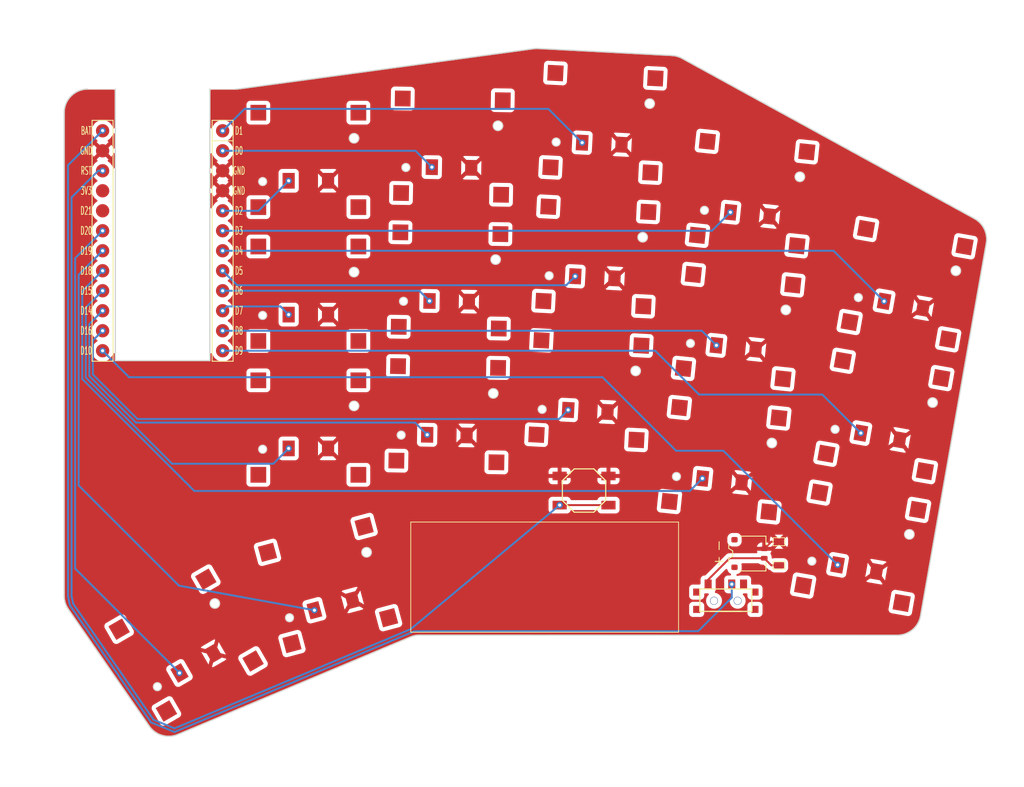
<source format=kicad_pcb>
(kicad_pcb (version 20241229) (generator "pcbnew") (generator_version "9.0")
  (title_block (title "slimsplaydy_right_unrouted") (rev "v1.0.0") (company "Unknown"))
  (layers (0 "F.Cu" signal) (2 "B.Cu" signal) (13 "F.Paste" user) (15 "B.Paste" user) (5 "F.SilkS" user) (7 "B.SilkS" user) (1 "F.Mask" user) (3 "B.Mask" user) (25 "Edge.Cuts" user))
  (net 0 "")
  (net 1 "GND")
  (net 2 "mirror_hand_pinky_bottom")
  (net 3 "mirror_hand_pinky_home")
  (net 4 "mirror_hand_pinky_top")
  (net 5 "mirror_hand_ring_bottom")
  (net 6 "mirror_hand_ring_home")
  (net 7 "mirror_hand_ring_top")
  (net 8 "mirror_hand_middle_bottom")
  (net 9 "mirror_hand_middle_home")
  (net 10 "mirror_hand_middle_top")
  (net 11 "mirror_hand_index_bottom")
  (net 12 "mirror_hand_index_home")
  (net 13 "mirror_hand_index_top")
  (net 14 "mirror_hand_inner_bottom")
  (net 15 "mirror_hand_inner_home")
  (net 16 "mirror_hand_inner_top")
  (net 17 "mirror_thumb_near_fan")
  (net 18 "mirror_thumb_far_fan")
  (net 19 "BAT")
  (net 20 "RST")
  (net 21 "3V3")
  (net 22 "D21")
  (net 23 "BAT_P")
  (footprint "E73:SPDT_C128955" (layer "F.Cu") (at 312.145039 151.314063 180)
    (property "Reference" "T1" (hide yes))
    (property "Value" "" (hide yes))
    (fp_line (start 3.3 1.5) (end 3.3 -1.35) (stroke (width 0.15)) (layer "F.SilkS"))
    (fp_line (start 1.95 -1.35) (end -1.95 -1.35) (stroke (width 0.15)) (layer "F.SilkS"))
    (fp_line (start 0 -1.35) (end 3.3 -1.35) (stroke (width 0.15)) (layer "F.SilkS"))
    (fp_line (start 0 -1.35) (end -3.3 -1.35) (stroke (width 0.15)) (layer "F.SilkS"))
    (fp_line (start -3.3 1.5) (end 3.3 1.5) (stroke (width 0.15)) (layer "F.SilkS"))
    (fp_line (start -3.3 -1.35) (end -3.3 1.5) (stroke (width 0.15)) (layer "F.SilkS"))
    (pad "" smd rect (at -3.7 -1.1 180) (size 0.9 0.9) (layers "F.Cu" "F.Mask" "F.Paste"))
    (pad "" smd rect (at -3.7 1.1 180) (size 0.9 0.9) (layers "F.Cu" "F.Mask" "F.Paste"))
    (pad "" np_thru_hole circle (at -1.5 0) (size 1 1) (drill 0.9) (layers "*.Cu" "*.Mask"))
    (pad "" np_thru_hole circle (at 1.5 0) (size 1 1) (drill 0.9) (layers "*.Cu" "*.Mask"))
    (pad "" smd rect (at 3.7 -1.1 180) (size 0.9 0.9) (layers "F.Cu" "F.Mask" "F.Paste"))
    (pad "" smd rect (at 3.7 1.1 180) (size 0.9 0.9) (layers "F.Cu" "F.Mask" "F.Paste"))
    (pad "1" smd rect (at 2.25 2.075 180) (size 0.9 1.25) (layers "F.Cu" "F.Mask" "F.Paste") (net 23 "BAT_P"))
    (pad "2" smd rect (at -0.75 2.075 180) (size 0.9 1.25) (layers "F.Cu" "F.Mask" "F.Paste") (net 19 "BAT"))
    (pad "3" smd rect (at -2.25 2.075 180) (size 0.9 1.25) (layers "F.Cu" "F.Mask" "F.Paste"))
  )
  (footprint "E73:SW_TACT_ALPS_SKQGABE010" (layer "F.Cu") (at 294.145039 137.314064)
    (property "Reference" "B1" (hide yes))
    (property "Value" "" (hide yes))
    (fp_line (start -2.75 -1.25) (end -2.75 1.25) (stroke (width 0.15)) (layer "F.SilkS"))
    (fp_line (start -2.75 -1.25) (end -1.25 -2.75) (stroke (width 0.15)) (layer "F.SilkS"))
    (fp_line (start -2.75 1.25) (end -1.25 2.75) (stroke (width 0.15)) (layer "F.SilkS"))
    (fp_line (start -1.25 -2.75) (end 1.25 -2.75) (stroke (width 0.15)) (layer "F.SilkS"))
    (fp_line (start -1.25 2.75) (end 1.25 2.75) (stroke (width 0.15)) (layer "F.SilkS"))
    (fp_line (start 2.75 -1.25) (end 1.25 -2.75) (stroke (width 0.15)) (layer "F.SilkS"))
    (fp_line (start 2.75 -1.25) (end 2.75 1.25) (stroke (width 0.15)) (layer "F.SilkS"))
    (fp_line (start 2.75 1.25) (end 1.25 2.75) (stroke (width 0.15)) (layer "F.SilkS"))
    (pad "1" smd rect (at -3.1 -1.85) (size 1.8 1.1) (layers "F.Cu" "F.Mask" "F.Paste") (net 1 "GND"))
    (pad "1" smd rect (at 3.1 -1.85) (size 1.8 1.1) (layers "F.Cu" "F.Mask" "F.Paste") (net 1 "GND"))
    (pad "2" smd rect (at -3.1 1.85) (size 1.8 1.1) (layers "F.Cu" "F.Mask" "F.Paste") (net 20 "RST"))
    (pad "2" smd rect (at 3.1 1.85) (size 1.8 1.1) (layers "F.Cu" "F.Mask" "F.Paste") (net 20 "RST"))
  )
  (footprint "CPG1316S01D02_mikeholscher" (layer "F.Cu") (at 243.626225 156.946038 30)
    (property "Reference" "S17" (hide yes))
    (property "Value" "")
    (fp_circle (center -5.8 2.75) (end -5.3 2.75) (stroke (width 0.1)) (fill no) (layer "Edge.Cuts"))
    (fp_circle (center 5.8 -2.75) (end 6.4 -2.75) (stroke (width 0.1)) (fill no) (layer "Edge.Cuts"))
    (pad "1" smd rect (at -2.5 2.649999 30) (size 1.55 2) (layers "F.Cu" "F.Mask" "F.Paste") (net 18 "mirror_thumb_far_fan"))
    (pad "2" smd rect (at 2.500001 2.65 30) (size 1.55 2) (layers "F.Cu" "F.Mask" "F.Paste") (net 1 "GND"))
    (pad "3" smd rect (at -6.35 -5.999999 30) (size 2 2) (layers "F.Cu" "F.Mask" "F.Paste"))
    (pad "3" smd rect (at -6.35 6 30) (size 2 2) (layers "F.Cu" "F.Mask" "F.Paste"))
    (pad "3" smd rect (at 6.35 -6 30) (size 2 2) (layers "F.Cu" "F.Mask" "F.Paste"))
    (pad "3" smd rect (at 6.35 5.999999 30) (size 2 2) (layers "F.Cu" "F.Mask" "F.Paste"))
  )
  (footprint "CPG1316S01D02_mikeholscher" (layer "F.Cu") (at 335.158108 111.096072 -10)
    (property "Reference" "S3" (hide yes))
    (property "Value" "")
    (fp_circle (center -5.8 2.75) (end -5.3 2.75) (stroke (width 0.1)) (fill no) (layer "Edge.Cuts"))
    (fp_circle (center 5.8 -2.75) (end 6.4 -2.75) (stroke (width 0.1)) (fill no) (layer "Edge.Cuts"))
    (pad "1" smd rect (at -2.5 2.65 350) (size 1.55 2) (layers "F.Cu" "F.Mask" "F.Paste") (net 4 "mirror_hand_pinky_top"))
    (pad "2" smd rect (at 2.5 2.65 350) (size 1.55 2) (layers "F.Cu" "F.Mask" "F.Paste") (net 1 "GND"))
    (pad "3" smd rect (at -6.35 -6 350) (size 2 2) (layers "F.Cu" "F.Mask" "F.Paste"))
    (pad "3" smd rect (at -6.35 5.999999 350) (size 2 2) (layers "F.Cu" "F.Mask" "F.Paste"))
    (pad "3" smd rect (at 6.35 -5.999999 350) (size 2 2) (layers "F.Cu" "F.Mask" "F.Paste"))
    (pad "3" smd rect (at 6.35 6 350) (size 2 2) (layers "F.Cu" "F.Mask" "F.Paste"))
  )
  (footprint "CPG1316S01D02_mikeholscher" (layer "F.Cu") (at 261.645039 149.314063 15)
    (property "Reference" "S16" (hide yes))
    (property "Value" "")
    (fp_circle (center -5.799999 2.75) (end -5.3 2.75) (stroke (width 0.1)) (fill no) (layer "Edge.Cuts"))
    (fp_circle (center 5.799999 -2.75) (end 6.4 -2.75) (stroke (width 0.1)) (fill no) (layer "Edge.Cuts"))
    (pad "1" smd rect (at -2.5 2.65 15) (size 1.55 2) (layers "F.Cu" "F.Mask" "F.Paste") (net 17 "mirror_thumb_near_fan"))
    (pad "2" smd rect (at 2.5 2.65 15) (size 1.55 2) (layers "F.Cu" "F.Mask" "F.Paste") (net 1 "GND"))
    (pad "3" smd rect (at -6.35 -6 15) (size 2 2) (layers "F.Cu" "F.Mask" "F.Paste"))
    (pad "3" smd rect (at -6.35 6 15) (size 2 2) (layers "F.Cu" "F.Mask" "F.Paste"))
    (pad "3" smd rect (at 6.35 -6 15) (size 2 2) (layers "F.Cu" "F.Mask" "F.Paste"))
    (pad "3" smd rect (at 6.35 6 15) (size 2 2) (layers "F.Cu" "F.Mask" "F.Paste"))
  )
  (footprint "CPG1316S01D02_mikeholscher" (layer "F.Cu") (at 294.762213 124.558593 -3)
    (property "Reference" "S7" (hide yes))
    (property "Value" "")
    (fp_circle (center -5.8 2.75) (end -5.3 2.75) (stroke (width 0.1)) (fill no) (layer "Edge.Cuts"))
    (fp_circle (center 5.8 -2.75) (end 6.4 -2.75) (stroke (width 0.1)) (fill no) (layer "Edge.Cuts"))
    (pad "1" smd rect (at -2.5 2.65 357) (size 1.55 2) (layers "F.Cu" "F.Mask" "F.Paste") (net 8 "mirror_hand_middle_bottom"))
    (pad "2" smd rect (at 2.5 2.650001 357) (size 1.55 2) (layers "F.Cu" "F.Mask" "F.Paste") (net 1 "GND"))
    (pad "3" smd rect (at -6.35 -6 357) (size 2 2) (layers "F.Cu" "F.Mask" "F.Paste"))
    (pad "3" smd rect (at -6.35 6 357) (size 2 2) (layers "F.Cu" "F.Mask" "F.Paste"))
    (pad "3" smd rect (at 6.35 -6 357) (size 2 2) (layers "F.Cu" "F.Mask" "F.Paste"))
    (pad "3" smd rect (at 6.35 6 357) (size 2 2) (layers "F.Cu" "F.Mask" "F.Paste"))
  )
  (footprint "ceoloide:mcu_nice_nano" (layer "F.Cu") (at 240.64504 104.314064)
    (property "Reference" "MCU1" (hide yes))
    (property "Value" "")
    (fp_line (start -8.95 -14.03) (end -8.95 16.57) (stroke (width 0.12)) (layer "F.SilkS"))
    (fp_line (start -8.95 -14.03) (end -6.29 -14.03) (stroke (width 0.12)) (layer "F.SilkS"))
    (fp_line (start -8.95 16.57) (end -6.29 16.57) (stroke (width 0.12)) (layer "F.SilkS"))
    (fp_line (start -6.29 -14.03) (end -6.29 16.57) (stroke (width 0.12)) (layer "F.SilkS"))
    (fp_line (start 6.29 -14.03) (end 6.29 16.57) (stroke (width 0.12)) (layer "F.SilkS"))
    (fp_line (start 6.29 -14.03) (end 8.95 -14.03) (stroke (width 0.12)) (layer "F.SilkS"))
    (fp_line (start 6.29 -11.43) (end 8.95 -11.43) (stroke (width 0.12)) (layer "F.SilkS"))
    (fp_line (start 6.29 16.57) (end 8.95 16.57) (stroke (width 0.12)) (layer "F.SilkS"))
    (fp_line (start 8.95 -14.03) (end 8.95 16.57) (stroke (width 0.12)) (layer "F.SilkS"))
    (fp_text user "RST" (at -9.7 -7.620001 0) (layer "F.SilkS") (effects (font (size 1 0.5) (thickness 0.1))))
    (fp_text user "D1" (at 9.7 -12.699999 0) (layer "F.SilkS") (effects (font (size 1 0.5) (thickness 0.1))))
    (fp_text user "D9" (at 9.7 15.24 0) (layer "F.SilkS") (effects (font (size 1 0.5) (thickness 0.1))))
    (fp_text user "GND" (at 9.7 -5.079999 0) (layer "F.SilkS") (effects (font (size 1 0.5) (thickness 0.1))))
    (fp_text user "GND" (at 9.7 -7.62 0) (layer "F.SilkS") (effects (font (size 1 0.5) (thickness 0.1))))
    (fp_text user "D18" (at -9.7 5.079999 0) (layer "F.SilkS") (effects (font (size 1 0.5) (thickness 0.1))))
    (fp_text user "D4" (at 9.699999 2.54 0) (layer "F.SilkS") (effects (font (size 1 0.5) (thickness 0.1))))
    (fp_text user "D8" (at 9.7 12.7 0) (layer "F.SilkS") (effects (font (size 1 0.5) (thickness 0.1))))
    (fp_text user "D0" (at 9.7 -10.16 0) (layer "F.SilkS") (effects (font (size 1 0.5) (thickness 0.1))))
    (fp_text user "D19" (at -9.7 2.54 0) (layer "F.SilkS") (effects (font (size 1 0.5) (thickness 0.1))))
    (fp_text user "D2" (at 9.7 -2.54 0) (layer "F.SilkS") (effects (font (size 1 0.5) (thickness 0.1))))
    (fp_text user "D20" (at -9.7 -0.000001 0) (layer "F.SilkS") (effects (font (size 1 0.5) (thickness 0.1))))
    (fp_text user "D10" (at -9.7 15.24 0) (layer "F.SilkS") (effects (font (size 1 0.5) (thickness 0.1))))
    (fp_text user "3V3" (at -9.7 -5.08 0) (layer "F.SilkS") (effects (font (size 1 0.5) (thickness 0.1))))
    (fp_text user "BAT" (at -9.7 -12.7 0) (layer "F.SilkS") (effects (font (size 1 0.5) (thickness 0.1))))
    (fp_text user "D3" (at 9.7 0.000001 0) (layer "F.SilkS") (effects (font (size 1 0.5) (thickness 0.1))))
    (fp_text user "D21" (at -9.699999 -2.54 0) (layer "F.SilkS") (effects (font (size 1 0.5) (thickness 0.1))))
    (fp_text user "D6" (at 9.7 7.620001 0) (layer "F.SilkS") (effects (font (size 1 0.5) (thickness 0.1))))
    (fp_text user "D15" (at -9.7 7.62 0) (layer "F.SilkS") (effects (font (size 1 0.5) (thickness 0.1))))
    (fp_text user "D14" (at -9.7 10.16 0) (layer "F.SilkS") (effects (font (size 1 0.5) (thickness 0.1))))
    (fp_text user "GND" (at -9.7 -10.159999 0) (layer "F.SilkS") (effects (font (size 1 0.5) (thickness 0.1))))
    (fp_text user "D7" (at 9.7 10.159999 0) (layer "F.SilkS") (effects (font (size 1 0.5) (thickness 0.1))))
    (fp_text user "D5" (at 9.7 5.08 0) (layer "F.SilkS") (effects (font (size 1 0.5) (thickness 0.1))))
    (fp_text user "D16" (at -9.7 12.699999 0) (layer "F.SilkS") (effects (font (size 1 0.5) (thickness 0.1))))
    (pad "1" smd circle (at 7.62 -12.7) (size 1.7 1.7) (layers "F.Cu" "F.Mask" "F.Paste") (net 10 "mirror_hand_middle_top"))
    (pad "2" smd circle (at 7.62 -10.16) (size 1.7 1.7) (layers "F.Cu" "F.Mask" "F.Paste") (net 13 "mirror_hand_index_top"))
    (pad "3" smd circle (at 7.62 -7.62) (size 1.7 1.7) (layers "F.Cu" "F.Mask" "F.Paste") (net 1 "GND"))
    (pad "4" smd circle (at 7.62 -5.08) (size 1.7 1.7) (layers "F.Cu" "F.Mask" "F.Paste") (net 1 "GND"))
    (pad "5" smd circle (at 7.62 -2.54) (size 1.7 1.7) (layers "F.Cu" "F.Mask" "F.Paste") (net 16 "mirror_hand_inner_top"))
    (pad "6" smd circle (at 7.62 0) (size 1.7 1.7) (layers "F.Cu" "F.Mask" "F.Paste") (net 7 "mirror_hand_ring_top"))
    (pad "7" smd circle (at 7.62 2.54) (size 1.7 1.7) (layers "F.Cu" "F.Mask" "F.Paste") (net 4 "mirror_hand_pinky_top"))
    (pad "8" smd circle (at 7.62 5.08) (size 1.7 1.7) (layers "F.Cu" "F.Mask" "F.Paste") (net 9 "mirror_hand_middle_home"))
    (pad "9" smd circle (at 7.62 7.62) (size 1.7 1.7) (layers "F.Cu" "F.Mask" "F.Paste") (net 12 "mirror_hand_index_home"))
    (pad "10" smd circle (at 7.62 10.16) (size 1.7 1.7) (layers "F.Cu" "F.Mask" "F.Paste") (net 15 "mirror_hand_inner_home"))
    (pad "11" smd circle (at 7.62 12.7) (size 1.7 1.7) (layers "F.Cu" "F.Mask" "F.Paste") (net 6 "mirror_hand_ring_home"))
    (pad "12" smd circle (at 7.62 15.24) (size 1.7 1.7) (layers "F.Cu" "F.Mask" "F.Paste") (net 3 "mirror_hand_pinky_home"))
    (pad "13" smd circle (at -7.62 15.24) (size 1.7 1.7) (layers "F.Cu" "F.Mask" "F.Paste") (net 2 "mirror_hand_pinky_bottom"))
    (pad "14" smd circle (at -7.62 12.7) (size 1.7 1.7) (layers "F.Cu" "F.Mask" "F.Paste") (net 8 "mirror_hand_middle_bottom"))
    (pad "15" smd circle (at -7.62 10.16) (size 1.7 1.7) (layers "F.Cu" "F.Mask" "F.Paste") (net 11 "mirror_hand_index_bottom"))
    (pad "16" smd circle (at -7.62 7.62) (size 1.7 1.7) (layers "F.Cu" "F.Mask" "F.Paste") (net 14 "mirror_hand_inner_bottom"))
    (pad "17" smd circle (at -7.62 5.08) (size 1.7 1.7) (layers "F.Cu" "F.Mask" "F.Paste") (net 5 "mirror_hand_ring_bottom"))
    (pad "18" smd circle (at -7.62 2.54) (size 1.7 1.7) (layers "F.Cu" "F.Mask" "F.Paste") (net 17 "mirror_thumb_near_fan"))
    (pad "19" smd circle (at -7.62 0) (size 1.7 1.7) (layers "F.Cu" "F.Mask" "F.Paste") (net 18 "mirror_thumb_far_fan"))
    (pad "20" smd circle (at -7.62 -2.54) (size 1.7 1.7) (layers "F.Cu" "F.Mask" "F.Paste") (net 22 "D21"))
    (pad "21" smd circle (at -7.62 -5.08) (size 1.7 1.7) (layers "F.Cu" "F.Mask" "F.Paste") (net 21 "3V3"))
    (pad "22" smd circle (at -7.62 -7.62) (size 1.7 1.7) (layers "F.Cu" "F.Mask" "F.Paste") (net 20 "RST"))
    (pad "23" smd circle (at -7.62 -10.16) (size 1.7 1.7) (layers "F.Cu" "F.Mask" "F.Paste") (net 1 "GND"))
    (pad "24" smd circle (at -7.62 -12.7) (size 1.7 1.7) (layers "F.Cu" "F.Mask" "F.Paste") (net 19 "BAT"))
  )
  (footprint "CPG1316S01D02_mikeholscher" (layer "F.Cu") (at 259.145039 95.314064)
    (property "Reference" "S15" (hide yes))
    (property "Value" "")
    (fp_circle (center -5.8 2.75) (end -5.3 2.75) (stroke (width 0.1)) (fill no) (layer "Edge.Cuts"))
    (fp_circle (center 5.8 -2.75) (end 6.4 -2.75) (stroke (width 0.1)) (fill no) (layer "Edge.Cuts"))
    (pad "1" smd rect (at -2.5 2.65) (size 1.55 2) (layers "F.Cu" "F.Mask" "F.Paste") (net 16 "mirror_hand_inner_top"))
    (pad "2" smd rect (at 2.5 2.65) (size 1.55 2) (layers "F.Cu" "F.Mask" "F.Paste") (net 1 "GND"))
    (pad "3" smd rect (at -6.35 -6) (size 2 2) (layers "F.Cu" "F.Mask" "F.Paste"))
    (pad "3" smd rect (at -6.35 6) (size 2 2) (layers "F.Cu" "F.Mask" "F.Paste"))
    (pad "3" smd rect (at 6.35 -6) (size 2 2) (layers "F.Cu" "F.Mask" "F.Paste"))
    (pad "3" smd rect (at 6.35 6) (size 2 2) (layers "F.Cu" "F.Mask" "F.Paste"))
  )
  (footprint "ceoloide:battery_connector_molex_pico_ezmate_1x02" (layer "F.Cu") (at 315.145039 145.314064 -90)
    (property "Reference" "CONN1" (hide yes))
    (property "Value" "")
    (fp_line (start 1 4.35) (end 0.999999 3.35) (stroke (width 0.12)) (layer "F.SilkS"))
    (fp_line (start -0.5 3.85) (end -1.5 3.85) (stroke (width 0.12)) (layer "F.SilkS"))
    (fp_line (start 0.5 3.85) (end 1.5 3.85) (stroke (width 0.12)) (layer "F.SilkS"))
    (fp_line (start -1.14 2.63) (end -0.64 2.63) (stroke (width 0.12)) (layer "F.SilkS"))
    (fp_line (start -0.64 2.63) (end -0.34 2.13) (stroke (width 0.12)) (layer "F.SilkS"))
    (fp_line (start 0.64 2.63) (end 1.14 2.63) (stroke (width 0.12)) (layer "F.SilkS"))
    (fp_line (start -0.34 2.13) (end 0.34 2.13) (stroke (width 0.12)) (layer "F.SilkS"))
    (fp_line (start 0.34 2.13) (end 0.64 2.63) (stroke (width 0.12)) (layer "F.SilkS"))
    (fp_line (start -2.21 1.24) (end -2.21 -2.09) (stroke (width 0.12)) (layer "F.SilkS"))
    (fp_line (start 2.21 1.24) (end 2.21 -2.09) (stroke (width 0.12)) (layer "F.SilkS"))
    (fp_line (start -2.21 -2.09) (end -1.16 -2.09) (stroke (width 0.12)) (layer "F.SilkS"))
    (fp_line (start -1.16 -2.09) (end -1.16 -2.3) (stroke (width 0.12)) (layer "F.SilkS"))
    (fp_line (start 2.21 -2.09) (end 1.16 -2.09) (stroke (width 0.12)) (layer "F.SilkS"))
    (pad "" smd roundrect (at -1.75 1.899999 270) (size 0.7 0.8) (layers "F.Cu" "F.Mask" "F.Paste"))
    (pad "" smd roundrect (at 1.75 1.9 270) (size 0.7 0.8) (layers "F.Cu" "F.Mask" "F.Paste"))
    (pad "1" smd roundrect (at -0.6 -1.875 270) (size 0.6 0.85) (layers "F.Cu" "F.Mask" "F.Paste") (net 1 "GND"))
    (pad "2" smd roundrect (at 0.6 -1.875 270) (size 0.6 0.85) (layers "F.Cu" "F.Mask" "F.Paste") (net 23 "BAT_P"))
  )
  (footprint "CPG1316S01D02_mikeholscher" (layer "F.Cu") (at 332.20609 127.837804 -10)
    (property "Reference" "S2" (hide yes))
    (property "Value" "")
    (fp_circle (center -5.8 2.75) (end -5.3 2.75) (stroke (width 0.1)) (fill no) (layer "Edge.Cuts"))
    (fp_circle (center 5.8 -2.75) (end 6.4 -2.75) (stroke (width 0.1)) (fill no) (layer "Edge.Cuts"))
    (pad "1" smd rect (at -2.5 2.65 350) (size 1.55 2) (layers "F.Cu" "F.Mask" "F.Paste") (net 3 "mirror_hand_pinky_home"))
    (pad "2" smd rect (at 2.5 2.65 350) (size 1.55 2) (layers "F.Cu" "F.Mask" "F.Paste") (net 1 "GND"))
    (pad "3" smd rect (at -6.35 -6 350) (size 2 2) (layers "F.Cu" "F.Mask" "F.Paste"))
    (pad "3" smd rect (at -6.35 5.999999 350) (size 2 2) (layers "F.Cu" "F.Mask" "F.Paste"))
    (pad "3" smd rect (at 6.35 -5.999999 350) (size 2 2) (layers "F.Cu" "F.Mask" "F.Paste"))
    (pad "3" smd rect (at 6.35 6 350) (size 2 2) (layers "F.Cu" "F.Mask" "F.Paste"))
  )
  (footprint "CPG1316S01D02_mikeholscher" (layer "F.Cu") (at 259.14504 112.314063)
    (property "Reference" "S14" (hide yes))
    (property "Value" "")
    (fp_circle (center -5.8 2.75) (end -5.3 2.75) (stroke (width 0.1)) (fill no) (layer "Edge.Cuts"))
    (fp_circle (center 5.8 -2.75) (end 6.4 -2.75) (stroke (width 0.1)) (fill no) (layer "Edge.Cuts"))
    (pad "1" smd rect (at -2.5 2.65) (size 1.55 2) (layers "F.Cu" "F.Mask" "F.Paste") (net 15 "mirror_hand_inner_home"))
    (pad "2" smd rect (at 2.5 2.65) (size 1.55 2) (layers "F.Cu" "F.Mask" "F.Paste") (net 1 "GND"))
    (pad "3" smd rect (at -6.35 -6) (size 2 2) (layers "F.Cu" "F.Mask" "F.Paste"))
    (pad "3" smd rect (at -6.35 6) (size 2 2) (layers "F.Cu" "F.Mask" "F.Paste"))
    (pad "3" smd rect (at 6.35 -6) (size 2 2) (layers "F.Cu" "F.Mask" "F.Paste"))
    (pad "3" smd rect (at 6.35 6) (size 2 2) (layers "F.Cu" "F.Mask" "F.Paste"))
  )
  (footprint "CPG1316S01D02_mikeholscher" (layer "F.Cu") (at 276.777263 127.62153 -1)
    (property "Reference" "S10" (hide yes))
    (property "Value" "")
    (fp_circle (center -5.8 2.75) (end -5.3 2.75) (stroke (width 0.1)) (fill no) (layer "Edge.Cuts"))
    (fp_circle (center 5.8 -2.75) (end 6.4 -2.75) (stroke (width 0.1)) (fill no) (layer "Edge.Cuts"))
    (pad "1" smd rect (at -2.5 2.65 359) (size 1.55 2) (layers "F.Cu" "F.Mask" "F.Paste") (net 11 "mirror_hand_index_bottom"))
    (pad "2" smd rect (at 2.5 2.65 359) (size 1.55 2) (layers "F.Cu" "F.Mask" "F.Paste") (net 1 "GND"))
    (pad "3" smd rect (at -6.35 -6 359) (size 2 2) (layers "F.Cu" "F.Mask" "F.Paste"))
    (pad "3" smd rect (at -6.35 6 359) (size 2 2) (layers "F.Cu" "F.Mask" "F.Paste"))
    (pad "3" smd rect (at 6.35 -6 359) (size 2 2) (layers "F.Cu" "F.Mask" "F.Paste"))
    (pad "3" smd rect (at 6.35 6 359) (size 2 2) (layers "F.Cu" "F.Mask" "F.Paste"))
  )
  (footprint "Battery_301230" (layer "F.Cu") (at 289.14504 148.314063)
    (property "Reference" "XX3" (hide yes))
    (property "Value" "")
    (fp_line (start -17 -7) (end 17 -7) (stroke (width 0.1)) (layer "F.SilkS"))
    (fp_line (start -17 7) (end -17 -7) (stroke (width 0.1)) (layer "F.SilkS"))
    (fp_line (start 17 -7) (end 17 7) (stroke (width 0.1)) (layer "F.SilkS"))
    (fp_line (start 17 7) (end -17 7) (stroke (width 0.1)) (layer "F.SilkS"))
  )
  (footprint "CPG1316S01D02_mikeholscher" (layer "F.Cu") (at 277.073954 110.624121 -1)
    (property "Reference" "S11" (hide yes))
    (property "Value" "")
    (fp_circle (center -5.8 2.75) (end -5.3 2.75) (stroke (width 0.1)) (fill no) (layer "Edge.Cuts"))
    (fp_circle (center 5.8 -2.75) (end 6.4 -2.75) (stroke (width 0.1)) (fill no) (layer "Edge.Cuts"))
    (pad "1" smd rect (at -2.5 2.65 359) (size 1.55 2) (layers "F.Cu" "F.Mask" "F.Paste") (net 12 "mirror_hand_index_home"))
    (pad "2" smd rect (at 2.5 2.65 359) (size 1.55 2) (layers "F.Cu" "F.Mask" "F.Paste") (net 1 "GND"))
    (pad "3" smd rect (at -6.35 -6 359) (size 2 2) (layers "F.Cu" "F.Mask" "F.Paste"))
    (pad "3" smd rect (at -6.35 6 359) (size 2 2) (layers "F.Cu" "F.Mask" "F.Paste"))
    (pad "3" smd rect (at 6.35 -6 359) (size 2 2) (layers "F.Cu" "F.Mask" "F.Paste"))
    (pad "3" smd rect (at 6.35 6 359) (size 2 2) (layers "F.Cu" "F.Mask" "F.Paste"))
  )
  (footprint "CPG1316S01D02_mikeholscher" (layer "F.Cu") (at 315.485875 99.588014 -6)
    (property "Reference" "S6" (hide yes))
    (property "Value" "")
    (fp_circle (center -5.8 2.75) (end -5.3 2.75) (stroke (width 0.1)) (fill no) (layer "Edge.Cuts"))
    (fp_circle (center 5.8 -2.75) (end 6.4 -2.75) (stroke (width 0.1)) (fill no) (layer "Edge.Cuts"))
    (pad "1" smd rect (at -2.5 2.65 354) (size 1.55 2) (layers "F.Cu" "F.Mask" "F.Paste") (net 7 "mirror_hand_ring_top"))
    (pad "2" smd rect (at 2.5 2.65 354) (size 1.55 2) (layers "F.Cu" "F.Mask" "F.Paste") (net 1 "GND"))
    (pad "3" smd rect (at -6.35 -6 354) (size 2 2) (layers "F.Cu" "F.Mask" "F.Paste"))
    (pad "3" smd rect (at -6.35 6 354) (size 2 2) (layers "F.Cu" "F.Mask" "F.Paste"))
    (pad "3" smd rect (at 6.35 -6 354) (size 2 2) (layers "F.Cu" "F.Mask" "F.Paste"))
    (pad "3" smd rect (at 6.35 6 354) (size 2 2) (layers "F.Cu" "F.Mask" "F.Paste"))
  )
  (footprint "CPG1316S01D02_mikeholscher" (layer "F.Cu") (at 295.651925 107.58189 -3)
    (property "Reference" "S8" (hide yes))
    (property "Value" "")
    (fp_circle (center -5.8 2.75) (end -5.3 2.75) (stroke (width 0.1)) (fill no) (layer "Edge.Cuts"))
    (fp_circle (center 5.8 -2.75) (end 6.4 -2.75) (stroke (width 0.1)) (fill no) (layer "Edge.Cuts"))
    (pad "1" smd rect (at -2.5 2.65 357) (size 1.55 2) (layers "F.Cu" "F.Mask" "F.Paste") (net 9 "mirror_hand_middle_home"))
    (pad "2" smd rect (at 2.5 2.650001 357) (size 1.55 2) (layers "F.Cu" "F.Mask" "F.Paste") (net 1 "GND"))
    (pad "3" smd rect (at -6.35 -6 357) (size 2 2) (layers "F.Cu" "F.Mask" "F.Paste"))
    (pad "3" smd rect (at -6.35 6 357) (size 2 2) (layers "F.Cu" "F.Mask" "F.Paste"))
    (pad "3" smd rect (at 6.35 -6 357) (size 2 2) (layers "F.Cu" "F.Mask" "F.Paste"))
    (pad "3" smd rect (at 6.35 6 357) (size 2 2) (layers "F.Cu" "F.Mask" "F.Paste"))
  )
  (footprint "CPG1316S01D02_mikeholscher" (layer "F.Cu") (at 296.541635 90.605189 -3)
    (property "Reference" "S9" (hide yes))
    (property "Value" "")
    (fp_circle (center -5.8 2.75) (end -5.3 2.75) (stroke (width 0.1)) (fill no) (layer "Edge.Cuts"))
    (fp_circle (center 5.8 -2.75) (end 6.4 -2.75) (stroke (width 0.1)) (fill no) (layer "Edge.Cuts"))
    (pad "1" smd rect (at -2.5 2.65 357) (size 1.55 2) (layers "F.Cu" "F.Mask" "F.Paste") (net 10 "mirror_hand_middle_top"))
    (pad "2" smd rect (at 2.5 2.650001 357) (size 1.55 2) (layers "F.Cu" "F.Mask" "F.Paste") (net 1 "GND"))
    (pad "3" smd rect (at -6.35 -6 357) (size 2 2) (layers "F.Cu" "F.Mask" "F.Paste"))
    (pad "3" smd rect (at -6.35 6 357) (size 2 2) (layers "F.Cu" "F.Mask" "F.Paste"))
    (pad "3" smd rect (at 6.35 -6 357) (size 2 2) (layers "F.Cu" "F.Mask" "F.Paste"))
    (pad "3" smd rect (at 6.35 6 357) (size 2 2) (layers "F.Cu" "F.Mask" "F.Paste"))
  )
  (footprint "CPG1316S01D02_mikeholscher" (layer "F.Cu") (at 259.145039 129.314064)
    (property "Reference" "S13" (hide yes))
    (property "Value" "")
    (fp_circle (center -5.8 2.75) (end -5.3 2.75) (stroke (width 0.1)) (fill no) (layer "Edge.Cuts"))
    (fp_circle (center 5.8 -2.75) (end 6.4 -2.75) (stroke (width 0.1)) (fill no) (layer "Edge.Cuts"))
    (pad "1" smd rect (at -2.5 2.65) (size 1.55 2) (layers "F.Cu" "F.Mask" "F.Paste") (net 14 "mirror_hand_inner_bottom"))
    (pad "2" smd rect (at 2.5 2.65) (size 1.55 2) (layers "F.Cu" "F.Mask" "F.Paste") (net 1 "GND"))
    (pad "3" smd rect (at -6.35 -6) (size 2 2) (layers "F.Cu" "F.Mask" "F.Paste"))
    (pad "3" smd rect (at -6.35 6) (size 2 2) (layers "F.Cu" "F.Mask" "F.Paste"))
    (pad "3" smd rect (at 6.35 -6) (size 2 2) (layers "F.Cu" "F.Mask" "F.Paste"))
    (pad "3" smd rect (at 6.35 6) (size 2 2) (layers "F.Cu" "F.Mask" "F.Paste"))
  )
  (footprint "Pad_Single" (layer "F.Cu") (at 318.895039 143.814064)
    (property "Reference" "XX1" (hide yes))
    (property "Value" "")
    (fp_poly (pts (xy -0.75 -0.5) (xy 0.75 -0.5) (xy 0.75 0.5) (xy -0.75 0.5)) (stroke (width 0.1)) (fill no) (layer "F.SilkS"))
    (pad "1" smd roundrect (at 0 0) (size 1.3 0.8) (layers "F.Cu" "F.Mask" "F.Paste") (roundrect_rratio 0.15) (net 1 "GND"))
  )
  (footprint "CPG1316S01D02_mikeholscher" (layer "F.Cu") (at 329.25407 144.579535 -10)
    (property "Reference" "S1" (hide yes))
    (property "Value" "")
    (fp_circle (center -5.8 2.75) (end -5.3 2.75) (stroke (width 0.1)) (fill no) (layer "Edge.Cuts"))
    (fp_circle (center 5.8 -2.75) (end 6.4 -2.75) (stroke (width 0.1)) (fill no) (layer "Edge.Cuts"))
    (pad "1" smd rect (at -2.5 2.65 350) (size 1.55 2) (layers "F.Cu" "F.Mask" "F.Paste") (net 2 "mirror_hand_pinky_bottom"))
    (pad "2" smd rect (at 2.5 2.65 350) (size 1.55 2) (layers "F.Cu" "F.Mask" "F.Paste") (net 1 "GND"))
    (pad "3" smd rect (at -6.35 -6 350) (size 2 2) (layers "F.Cu" "F.Mask" "F.Paste"))
    (pad "3" smd rect (at -6.35 5.999999 350) (size 2 2) (layers "F.Cu" "F.Mask" "F.Paste"))
    (pad "3" smd rect (at 6.35 -5.999999 350) (size 2 2) (layers "F.Cu" "F.Mask" "F.Paste"))
    (pad "3" smd rect (at 6.35 6 350) (size 2 2) (layers "F.Cu" "F.Mask" "F.Paste"))
  )
  (footprint "Pad_Single" (layer "F.Cu") (at 318.895039 146.814064)
    (property "Reference" "XX2" (hide yes))
    (property "Value" "")
    (fp_poly (pts (xy -0.75 -0.5) (xy 0.75 -0.5) (xy 0.75 0.5) (xy -0.75 0.5)) (stroke (width 0.1)) (fill no) (layer "F.SilkS"))
    (pad "1" smd roundrect (at 0 0) (size 1.3 0.8) (layers "F.Cu" "F.Mask" "F.Paste") (roundrect_rratio 0.15) (net 23 "BAT_P"))
  )
  (footprint "CPG1316S01D02_mikeholscher" (layer "F.Cu") (at 277.370645 93.62671 -1)
    (property "Reference" "S12" (hide yes))
    (property "Value" "")
    (fp_circle (center -5.8 2.75) (end -5.3 2.75) (stroke (width 0.1)) (fill no) (layer "Edge.Cuts"))
    (fp_circle (center 5.8 -2.75) (end 6.4 -2.75) (stroke (width 0.1)) (fill no) (layer "Edge.Cuts"))
    (pad "1" smd rect (at -2.5 2.65 359) (size 1.55 2) (layers "F.Cu" "F.Mask" "F.Paste") (net 13 "mirror_hand_index_top"))
    (pad "2" smd rect (at 2.5 2.65 359) (size 1.55 2) (layers "F.Cu" "F.Mask" "F.Paste") (net 1 "GND"))
    (pad "3" smd rect (at -6.35 -6 359) (size 2 2) (layers "F.Cu" "F.Mask" "F.Paste"))
    (pad "3" smd rect (at -6.35 6 359) (size 2 2) (layers "F.Cu" "F.Mask" "F.Paste"))
    (pad "3" smd rect (at 6.35 -6 359) (size 2 2) (layers "F.Cu" "F.Mask" "F.Paste"))
    (pad "3" smd rect (at 6.35 6 359) (size 2 2) (layers "F.Cu" "F.Mask" "F.Paste"))
  )
  (footprint "CPG1316S01D02_mikeholscher" (layer "F.Cu") (at 313.708893 116.494887 -6)
    (property "Reference" "S5" (hide yes))
    (property "Value" "")
    (fp_circle (center -5.8 2.75) (end -5.3 2.75) (stroke (width 0.1)) (fill no) (layer "Edge.Cuts"))
    (fp_circle (center 5.8 -2.75) (end 6.4 -2.75) (stroke (width 0.1)) (fill no) (layer "Edge.Cuts"))
    (pad "1" smd rect (at -2.5 2.65 354) (size 1.55 2) (layers "F.Cu" "F.Mask" "F.Paste") (net 6 "mirror_hand_ring_home"))
    (pad "2" smd rect (at 2.5 2.65 354) (size 1.55 2) (layers "F.Cu" "F.Mask" "F.Paste") (net 1 "GND"))
    (pad "3" smd rect (at -6.35 -6 354) (size 2 2) (layers "F.Cu" "F.Mask" "F.Paste"))
    (pad "3" smd rect (at -6.35 6 354) (size 2 2) (layers "F.Cu" "F.Mask" "F.Paste"))
    (pad "3" smd rect (at 6.35 -6 354) (size 2 2) (layers "F.Cu" "F.Mask" "F.Paste"))
    (pad "3" smd rect (at 6.35 6 354) (size 2 2) (layers "F.Cu" "F.Mask" "F.Paste"))
  )
  (footprint "CPG1316S01D02_mikeholscher" (layer "F.Cu") (at 311.931908 133.401759 -6)
    (property "Reference" "S4" (hide yes))
    (property "Value" "")
    (fp_circle (center -5.8 2.75) (end -5.3 2.75) (stroke (width 0.1)) (fill no) (layer "Edge.Cuts"))
    (fp_circle (center 5.8 -2.75) (end 6.4 -2.75) (stroke (width 0.1)) (fill no) (layer "Edge.Cuts"))
    (pad "1" smd rect (at -2.5 2.65 354) (size 1.55 2) (layers "F.Cu" "F.Mask" "F.Paste") (net 5 "mirror_hand_ring_bottom"))
    (pad "2" smd rect (at 2.5 2.65 354) (size 1.55 2) (layers "F.Cu" "F.Mask" "F.Paste") (net 1 "GND"))
    (pad "3" smd rect (at -6.35 -6 354) (size 2 2) (layers "F.Cu" "F.Mask" "F.Paste"))
    (pad "3" smd rect (at -6.35 6 354) (size 2 2) (layers "F.Cu" "F.Mask" "F.Paste"))
    (pad "3" smd rect (at 6.35 -6 354) (size 2 2) (layers "F.Cu" "F.Mask" "F.Paste"))
    (pad "3" smd rect (at 6.35 6 354) (size 2 2) (layers "F.Cu" "F.Mask" "F.Paste"))
  )
  (gr_line (start 336.870196 153.215279) (end 345.210837 105.913153) (stroke (width 0.15)) (layer "Edge.Cuts"))
  (gr_line (start 231.145039 86.314063) (end 234.64504 86.314064) (stroke (width 0.05)) (layer "Edge.Cuts"))
  (gr_line (start 246.645039 86.314064) (end 249.941353 86.314056) (stroke (width 0.05)) (layer "Edge.Cuts"))
  (gr_line (start 305.315837 82.052674) (end 288.307352 81.161298) (stroke (width 0.15)) (layer "Edge.Cuts"))
  (gr_line (start 246.645039 120.814064) (end 234.645039 120.814063) (stroke (width 0.15)) (layer "Edge.Cuts"))
  (gr_line (start 228.145039 89.314063) (end 228.145039 150.677933) (stroke (width 0.15)) (layer "Edge.Cuts"))
  (gr_arc (start 343.698899 102.761765) (mid 344.961225 104.094524) (end 345.210837 105.913153) (stroke (width 0.15)) (layer "Edge.Cuts"))
  (gr_arc (start 228.677428 152.384066) (mid 228.281228 151.571567) (end 228.145039 150.677933) (stroke (width 0.15)) (layer "Edge.Cuts"))
  (gr_arc (start 336.870195 153.21528) (mid 335.843828 154.992725) (end 333.914973 155.694334) (stroke (width 0.15)) (layer "Edge.Cuts"))
  (gr_line (start 246.645039 86.314064) (end 246.645039 120.814064) (stroke (width 0.15)) (layer "Edge.Cuts"))
  (gr_arc (start 305.315837 82.052674) (mid 305.979185 82.162906) (end 306.601317 82.41812) (stroke (width 0.15)) (layer "Edge.Cuts"))
  (gr_arc (start 242.576026 168.299076) (mid 240.57406 168.41208) (end 238.948083 167.238692) (stroke (width 0.15)) (layer "Edge.Cuts"))
  (gr_line (start 273.271815 155.678185) (end 333.914973 155.694334) (stroke (width 0.15)) (layer "Edge.Cuts"))
  (gr_arc (start 272.110685 155.911667) (mid 272.679614 155.737057) (end 273.271815 155.678185) (stroke (width 0.15)) (layer "Edge.Cuts"))
  (gr_line (start 287.744843 81.184717) (end 250.346855 86.286533) (stroke (width 0.15)) (layer "Edge.Cuts"))
  (gr_line (start 234.645039 120.814063) (end 234.64504 86.314064) (stroke (width 0.15)) (layer "Edge.Cuts"))
  (gr_arc (start 250.346857 86.286532) (mid 250.144572 86.307173) (end 249.941353 86.314064) (stroke (width 0.15)) (layer "Edge.Cuts"))
  (gr_line (start 343.6989 102.761766) (end 306.601317 82.41812) (stroke (width 0.15)) (layer "Edge.Cuts"))
  (gr_arc (start 287.744841 81.184718) (mid 288.025546 81.159783) (end 288.307352 81.161298) (stroke (width 0.15)) (layer "Edge.Cuts"))
  (gr_line (start 242.576027 168.299077) (end 272.110685 155.911667) (stroke (width 0.15)) (layer "Edge.Cuts"))
  (gr_line (start 228.677428 152.384066) (end 238.948083 167.238692) (stroke (width 0.15)) (layer "Edge.Cuts"))
  (gr_arc (start 228.145039 89.314063) (mid 229.023719 87.192743) (end 231.145039 86.314063) (stroke (width 0.15)) (layer "Edge.Cuts"))
  (segment (start 318.895039 143.814064) (end 317.92004 143.814064) (width 0.25) (layer "F.Cu") (net 1))
  (segment (start 317.92004 143.814064) (end 317.020039 144.714063) (width 0.25) (layer "F.Cu") (net 1))
  (via (at 233.025039 119.554064) (size 0.8) (drill 0.4) (layers "F.Cu" "B.Cu") (net 2))
  (via (at 326.331884 146.755156) (size 0.8) (drill 0.4) (layers "F.Cu" "B.Cu") (net 2))
  (segment (start 236.387885 122.91691) (end 296.48691 122.91691) (width 0.25) (layer "B.Cu") (net 2))
  (segment (start 305.83 132.26) (end 311.836728 132.26) (width 0.25) (layer "B.Cu") (net 2))
  (segment (start 296.48691 122.91691) (end 305.83 132.26) (width 0.25) (layer "B.Cu") (net 2))
  (segment (start 311.836728 132.26) (end 326.331884 146.755156) (width 0.25) (layer "B.Cu") (net 2))
  (segment (start 233.025039 119.554064) (end 236.387885 122.91691) (width 0.25) (layer "B.Cu") (net 2))
  (via (at 248.265039 119.554063) (size 0.8) (drill 0.4) (layers "F.Cu" "B.Cu") (net 3))
  (via (at 329.283902 130.013425) (size 0.8) (drill 0.4) (layers "F.Cu" "B.Cu") (net 3))
  (segment (start 248.265039 119.554063) (end 303.174063 119.554063) (width 0.25) (layer "B.Cu") (net 3))
  (segment (start 324.390477 125.12) (end 329.283902 130.013425) (width 0.25) (layer "B.Cu") (net 3))
  (segment (start 308.74 125.12) (end 324.390477 125.12) (width 0.25) (layer "B.Cu") (net 3))
  (segment (start 303.174063 119.554063) (end 308.74 125.12) (width 0.25) (layer "B.Cu") (net 3))
  (via (at 332.235921 113.271693) (size 0.8) (drill 0.4) (layers "F.Cu" "B.Cu") (net 4))
  (via (at 248.265039 106.854063) (size 0.8) (drill 0.4) (layers "F.Cu" "B.Cu") (net 4))
  (segment (start 325.818291 106.854063) (end 332.235921 113.271693) (width 0.25) (layer "B.Cu") (net 4))
  (segment (start 248.265039 106.854063) (end 325.818291 106.854063) (width 0.25) (layer "B.Cu") (net 4))
  (via (at 309.168604 135.77592) (size 0.8) (drill 0.4) (layers "F.Cu" "B.Cu") (net 5))
  (via (at 233.025039 109.394064) (size 0.8) (drill 0.4) (layers "F.Cu" "B.Cu") (net 5))
  (segment (start 230.43906 123.136811) (end 244.672249 137.37) (width 0.25) (layer "B.Cu") (net 5))
  (segment (start 230.439059 111.980044) (end 230.43906 123.136811) (width 0.25) (layer "B.Cu") (net 5))
  (segment (start 307.574524 137.37) (end 309.168604 135.77592) (width 0.25) (layer "B.Cu") (net 5))
  (segment (start 244.672249 137.37) (end 307.574524 137.37) (width 0.25) (layer "B.Cu") (net 5))
  (segment (start 233.025039 109.394064) (end 230.439059 111.980044) (width 0.25) (layer "B.Cu") (net 5))
  (via (at 248.26504 117.014063) (size 0.8) (drill 0.4) (layers "F.Cu" "B.Cu") (net 6))
  (via (at 310.945588 118.869048) (size 0.8) (drill 0.4) (layers "F.Cu" "B.Cu") (net 6))
  (segment (start 309.090603 117.014063) (end 310.945588 118.869048) (width 0.25) (layer "B.Cu") (net 6))
  (segment (start 248.26504 117.014063) (end 309.090603 117.014063) (width 0.25) (layer "B.Cu") (net 6))
  (via (at 248.26504 104.314063) (size 0.8) (drill 0.4) (layers "F.Cu" "B.Cu") (net 7))
  (via (at 312.72257 101.962175) (size 0.8) (drill 0.4) (layers "F.Cu" "B.Cu") (net 7))
  (segment (start 310.370682 104.314063) (end 312.72257 101.962175) (width 0.25) (layer "B.Cu") (net 7))
  (segment (start 248.26504 104.314063) (end 310.370682 104.314063) (width 0.25) (layer "B.Cu") (net 7))
  (via (at 292.126949 127.07412) (size 0.8) (drill 0.4) (layers "F.Cu" "B.Cu") (net 8))
  (via (at 233.025039 117.014064) (size 0.8) (drill 0.4) (layers "F.Cu" "B.Cu") (net 8))
  (segment (start 290.972069 128.229) (end 292.126949 127.07412) (width 0.25) (layer "B.Cu") (net 8))
  (segment (start 233.025039 117.014064) (end 231.792059 118.247044) (width 0.25) (layer "B.Cu") (net 8))
  (segment (start 237.444679 128.229) (end 290.972069 128.229) (width 0.25) (layer "B.Cu") (net 8))
  (segment (start 231.792059 118.247044) (end 231.792059 122.57638) (width 0.25) (layer "B.Cu") (net 8))
  (segment (start 231.792059 122.57638) (end 237.444679 128.229) (width 0.25) (layer "B.Cu") (net 8))
  (via (at 248.265039 109.394063) (size 0.8) (drill 0.4) (layers "F.Cu" "B.Cu") (net 9))
  (via (at 293.016661 110.097419) (size 0.8) (drill 0.4) (layers "F.Cu" "B.Cu") (net 9))
  (segment (start 248.265039 109.394063) (end 250.100976 111.23) (width 0.25) (layer "B.Cu") (net 9))
  (segment (start 291.88408 111.23) (end 293.016661 110.097419) (width 0.25) (layer "B.Cu") (net 9))
  (segment (start 250.100976 111.23) (end 291.88408 111.23) (width 0.25) (layer "B.Cu") (net 9))
  (via (at 293.906371 93.120716) (size 0.8) (drill 0.4) (layers "F.Cu" "B.Cu") (net 10))
  (via (at 248.26504 91.614063) (size 0.8) (drill 0.4) (layers "F.Cu" "B.Cu") (net 10))
  (segment (start 251.049103 88.83) (end 289.615655 88.83) (width 0.25) (layer "B.Cu") (net 10))
  (segment (start 248.26504 91.614063) (end 251.049103 88.83) (width 0.25) (layer "B.Cu") (net 10))
  (segment (start 289.615655 88.83) (end 293.906371 93.120716) (width 0.25) (layer "B.Cu") (net 10))
  (via (at 274.231395 130.227495) (size 0.8) (drill 0.4) (layers "F.Cu" "B.Cu") (net 11))
  (via (at 233.025039 114.474064) (size 0.8) (drill 0.4) (layers "F.Cu" "B.Cu") (net 11))
  (segment (start 237.257869 128.68) (end 272.6839 128.68) (width 0.25) (layer "B.Cu") (net 11))
  (segment (start 272.6839 128.68) (end 274.231395 130.227495) (width 0.25) (layer "B.Cu") (net 11))
  (segment (start 231.341059 116.158044) (end 231.341059 122.76319) (width 0.25) (layer "B.Cu") (net 11))
  (segment (start 233.025039 114.474064) (end 231.341059 116.158044) (width 0.25) (layer "B.Cu") (net 11))
  (segment (start 231.341059 122.76319) (end 237.257869 128.68) (width 0.25) (layer "B.Cu") (net 11))
  (via (at 248.26504 111.934064) (size 0.8) (drill 0.4) (layers "F.Cu" "B.Cu") (net 12))
  (via (at 274.528086 113.230086) (size 0.8) (drill 0.4) (layers "F.Cu" "B.Cu") (net 12))
  (segment (start 273.232064 111.934064) (end 274.528086 113.230086) (width 0.25) (layer "B.Cu") (net 12))
  (segment (start 248.26504 111.934064) (end 273.232064 111.934064) (width 0.25) (layer "B.Cu") (net 12))
  (via (at 274.824777 96.232674) (size 0.8) (drill 0.4) (layers "F.Cu" "B.Cu") (net 13))
  (via (at 248.265039 94.154063) (size 0.8) (drill 0.4) (layers "F.Cu" "B.Cu") (net 13))
  (segment (start 272.746166 94.154063) (end 274.824777 96.232674) (width 0.25) (layer "B.Cu") (net 13))
  (segment (start 248.265039 94.154063) (end 272.746166 94.154063) (width 0.25) (layer "B.Cu") (net 13))
  (via (at 256.64504 131.964064) (size 0.8) (drill 0.4) (layers "F.Cu" "B.Cu") (net 14))
  (via (at 233.02504 111.934064) (size 0.8) (drill 0.4) (layers "F.Cu" "B.Cu") (net 14))
  (segment (start 230.890059 114.069045) (end 230.890059 122.95) (width 0.25) (layer "B.Cu") (net 14))
  (segment (start 233.02504 111.934064) (end 230.890059 114.069045) (width 0.25) (layer "B.Cu") (net 14))
  (segment (start 241.850059 133.91) (end 254.699104 133.91) (width 0.25) (layer "B.Cu") (net 14))
  (segment (start 230.890059 122.95) (end 241.850059 133.91) (width 0.25) (layer "B.Cu") (net 14))
  (segment (start 254.699104 133.91) (end 256.64504 131.964064) (width 0.25) (layer "B.Cu") (net 14))
  (via (at 256.645039 114.964063) (size 0.8) (drill 0.4) (layers "F.Cu" "B.Cu") (net 15))
  (via (at 248.265039 114.474063) (size 0.8) (drill 0.4) (layers "F.Cu" "B.Cu") (net 15))
  (segment (start 248.265039 114.474063) (end 248.809102 113.93) (width 0.25) (layer "B.Cu") (net 15))
  (segment (start 248.809102 113.93) (end 255.610976 113.93) (width 0.25) (layer "B.Cu") (net 15))
  (segment (start 255.610976 113.93) (end 256.645039 114.964063) (width 0.25) (layer "B.Cu") (net 15))
  (via (at 248.265039 101.774063) (size 0.8) (drill 0.4) (layers "F.Cu" "B.Cu") (net 16))
  (via (at 256.645039 97.964064) (size 0.8) (drill 0.4) (layers "F.Cu" "B.Cu") (net 16))
  (segment (start 248.265039 101.774063) (end 252.83504 101.774063) (width 0.25) (layer "B.Cu") (net 16))
  (segment (start 252.83504 101.774063) (end 256.645039 97.964064) (width 0.25) (layer "B.Cu") (net 16))
  (via (at 233.025039 106.854064) (size 0.8) (drill 0.4) (layers "F.Cu" "B.Cu") (net 17))
  (via (at 259.916095 152.520815) (size 0.8) (drill 0.4) (layers "F.Cu" "B.Cu") (net 17))
  (segment (start 259.916095 152.520815) (end 242.713476 149.394569) (width 0.25) (layer "B.Cu") (net 17))
  (segment (start 229.988061 122.95) (end 229.988058 109.891045) (width 0.25) (layer "B.Cu") (net 17))
  (segment (start 229.988062 136.669155) (end 229.988061 122.95) (width 0.25) (layer "B.Cu") (net 17))
  (segment (start 229.988058 109.891045) (end 233.025039 106.854064) (width 0.25) (layer "B.Cu") (net 17))
  (segment (start 242.713476 149.394569) (end 229.988062 136.669155) (width 0.25) (layer "B.Cu") (net 17))
  (via (at 242.78616 160.491006) (size 0.8) (drill 0.4) (layers "F.Cu" "B.Cu") (net 18))
  (via (at 233.02504 104.314064) (size 0.8) (drill 0.4) (layers "F.Cu" "B.Cu") (net 18))
  (segment (start 233.02504 104.314064) (end 229.537058 107.802045) (width 0.25) (layer "B.Cu") (net 18))
  (segment (start 242.78616 160.46826) (end 242.78616 160.491006) (width 0.25) (layer "B.Cu") (net 18))
  (segment (start 229.537058 107.802045) (end 229.537062 130.342149) (width 0.25) (layer "B.Cu") (net 18))
  (segment (start 229.537062 130.342149) (end 229.537061 147.21916) (width 0.25) (layer "B.Cu") (net 18))
  (segment (start 229.537061 147.21916) (end 242.78616 160.46826) (width 0.25) (layer "B.Cu") (net 18))
  (via (at 233.030048 91.588103) (size 0.8) (drill 0.4) (layers "F.Cu" "B.Cu") (net 19))
  (via (at 312.900049 149.213101) (size 0.8) (drill 0.4) (layers "F.Cu" "B.Cu") (net 19))
  (segment (start 308.635059 155.176188) (end 312.900048 150.911198) (width 0.25) (layer "B.Cu") (net 19))
  (segment (start 272.835058 155.176187) (end 306.435058 155.176188) (width 0.25) (layer "B.Cu") (net 19))
  (segment (start 228.635058 97.876186) (end 228.635061 120.976186) (width 0.25) (layer "B.Cu") (net 19))
  (segment (start 228.889809 151.912476) (end 239.178803 166.771669) (width 0.25) (layer "B.Cu") (net 19))
  (segment (start 239.178803 166.771669) (end 242.158127 167.987511) (width 0.25) (layer "B.Cu") (net 19))
  (segment (start 312.900048 150.911198) (end 312.900049 149.213101) (width 0.25) (layer "B.Cu") (net 19))
  (segment (start 228.635061 120.976186) (end 228.63506 150.776188) (width 0.25) (layer "B.Cu") (net 19))
  (segment (start 228.63506 150.776188) (end 228.890785 151.910932) (width 0.25) (layer "B.Cu") (net 19))
  (segment (start 242.158127 167.987511) (end 272.635058 155.176186) (width 0.25) (layer "B.Cu") (net 19))
  (segment (start 306.435058 155.176188) (end 308.635059 155.176188) (width 0.25) (layer "B.Cu") (net 19))
  (segment (start 228.635061 95.983088) (end 228.635058 97.876186) (width 0.25) (layer "B.Cu") (net 19))
  (segment (start 233.030048 91.588103) (end 228.635061 95.983088) (width 0.25) (layer "B.Cu") (net 19))
  (segment (start 291.051959 139.164064) (end 291.05005 139.162154) (width 0.25) (layer "F.Cu") (net 20))
  (segment (start 297.245039 139.164063) (end 291.051959 139.164064) (width 0.25) (layer "F.Cu") (net 20))
  (via (at 291.05005 139.162154) (size 0.8) (drill 0.4) (layers "F.Cu" "B.Cu") (net 20))
  (via (at 233.030049 96.69215) (size 0.8) (drill 0.4) (layers "F.Cu" "B.Cu") (net 20))
  (segment (start 229.302041 151.708426) (end 239.503415 166.441083) (width 0.25) (layer "B.Cu") (net 20))
  (segment (start 233.030049 96.69215) (end 232.471118 96.692149) (width 0.25) (layer "B.Cu") (net 20))
  (segment (start 272.125862 154.925056) (end 291.045575 139.161746) (width 0.25) (layer "B.Cu") (net 20))
  (segment (start 232.471118 96.692149) (end 229.086059 100.07721) (width 0.25) (layer "B.Cu") (net 20))
  (segment (start 239.503415 166.441083) (end 242.15557 167.523409) (width 0.25) (layer "B.Cu") (net 20))
  (segment (start 229.086061 125.784905) (end 229.08606 150.750048) (width 0.25) (layer "B.Cu") (net 20))
  (segment (start 229.086058 108.884906) (end 229.086061 125.784905) (width 0.25) (layer "B.Cu") (net 20))
  (segment (start 242.15557 167.523409) (end 246.962762 165.502651) (width 0.25) (layer "B.Cu") (net 20))
  (segment (start 246.962762 165.502651) (end 251.097676 163.764493) (width 0.25) (layer "B.Cu") (net 20))
  (segment (start 229.086059 100.07721) (end 229.086058 108.884906) (width 0.25) (layer "B.Cu") (net 20))
  (segment (start 229.08606 150.750048) (end 229.302041 151.708426) (width 0.25) (layer "B.Cu") (net 20))
  (segment (start 251.097676 163.764493) (end 272.125862 154.925056) (width 0.25) (layer "B.Cu") (net 20))
  (segment (start 309.895039 148.647159) (end 309.895039 149.239064) (width 0.25) (layer "F.Cu") (net 23))
  (segment (start 317.02004 145.914063) (end 312.628135 145.914064) (width 0.25) (layer "F.Cu") (net 23))
  (segment (start 317.920039 146.814064) (end 317.02004 145.914063) (width 0.25) (layer "F.Cu") (net 23))
  (segment (start 318.895039 146.814064) (end 317.920039 146.814064) (width 0.25) (layer "F.Cu") (net 23))
  (segment (start 312.628135 145.914064) (end 309.895039 148.647159) (width 0.25) (layer "F.Cu") (net 23))
  (zone (net 1) (net_name "GND") (layer "F.Cu") (connect_pads (clearance 0.508)) (min_thickness 0.25) (fill yes (thermal_gap 0.5) (thermal_bridge_width 0.5))
    (polygon (pts (xy 350 75) (xy 220 75) (xy 220 175) (xy 350 175)))
  )
)
</source>
